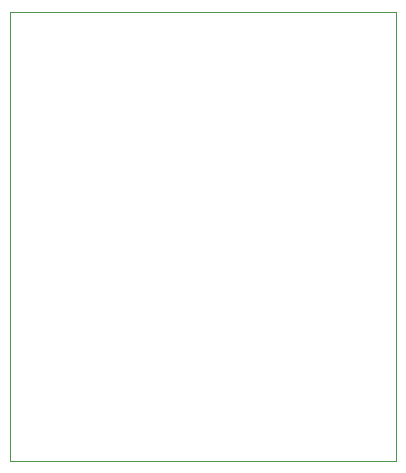
<source format=gbr>
%TF.GenerationSoftware,KiCad,Pcbnew,8.0.4*%
%TF.CreationDate,2024-09-20T14:01:47+02:00*%
%TF.ProjectId,TTL2RS232v1,54544c32-5253-4323-9332-76312e6b6963,rev?*%
%TF.SameCoordinates,Original*%
%TF.FileFunction,Profile,NP*%
%FSLAX46Y46*%
G04 Gerber Fmt 4.6, Leading zero omitted, Abs format (unit mm)*
G04 Created by KiCad (PCBNEW 8.0.4) date 2024-09-20 14:01:47*
%MOMM*%
%LPD*%
G01*
G04 APERTURE LIST*
%TA.AperFunction,Profile*%
%ADD10C,0.050000*%
%TD*%
G04 APERTURE END LIST*
D10*
X132156100Y-85958600D02*
X132156100Y-124048600D01*
X132156100Y-124048600D02*
X164846100Y-124048600D01*
X164846100Y-124048600D02*
X164846100Y-85958600D01*
X164846100Y-85958600D02*
X132156100Y-85958600D01*
M02*

</source>
